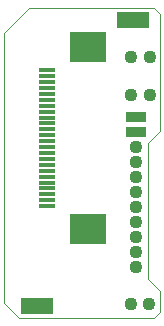
<source format=gts>
G75*
%MOIN*%
%OFA0B0*%
%FSLAX25Y25*%
%IPPOS*%
%LPD*%
%AMOC8*
5,1,8,0,0,1.08239X$1,22.5*
%
%ADD10C,0.00000*%
%ADD11R,0.10600X0.05600*%
%ADD12R,0.05512X0.01575*%
%ADD13R,0.12205X0.10236*%
%ADD14R,0.06899X0.03750*%
%ADD15C,0.04362*%
D10*
X0006600Y0044600D02*
X0051600Y0044600D01*
X0053600Y0046600D01*
X0053600Y0053600D01*
X0049600Y0057600D01*
X0049600Y0103100D01*
X0053600Y0107100D01*
X0053600Y0146100D01*
X0051600Y0148100D01*
X0010100Y0148100D01*
X0001600Y0139600D01*
X0001600Y0049600D01*
X0006600Y0044600D01*
D11*
X0012600Y0048600D03*
X0044600Y0144100D03*
D12*
X0016105Y0127238D03*
X0016105Y0125269D03*
X0016105Y0123301D03*
X0016105Y0121332D03*
X0016105Y0119364D03*
X0016105Y0117395D03*
X0016105Y0115427D03*
X0016105Y0113458D03*
X0016105Y0111490D03*
X0016105Y0109521D03*
X0016105Y0107553D03*
X0016105Y0105584D03*
X0016105Y0103616D03*
X0016105Y0101647D03*
X0016105Y0099679D03*
X0016105Y0097710D03*
X0016105Y0095742D03*
X0016105Y0093773D03*
X0016105Y0091805D03*
X0016105Y0089836D03*
X0016105Y0087868D03*
X0016105Y0085899D03*
X0016105Y0083931D03*
X0016105Y0081962D03*
D13*
X0029491Y0074324D03*
X0029491Y0134876D03*
D14*
X0045600Y0111600D03*
X0045600Y0106600D03*
D15*
X0045600Y0101600D03*
X0045600Y0096600D03*
X0045700Y0091600D03*
X0045700Y0086600D03*
X0045700Y0081600D03*
X0045700Y0076600D03*
X0045700Y0071600D03*
X0045700Y0066600D03*
X0045700Y0061600D03*
X0044000Y0049300D03*
X0050100Y0049300D03*
X0050200Y0119000D03*
X0044000Y0119100D03*
X0044000Y0131600D03*
X0050200Y0131600D03*
M02*

</source>
